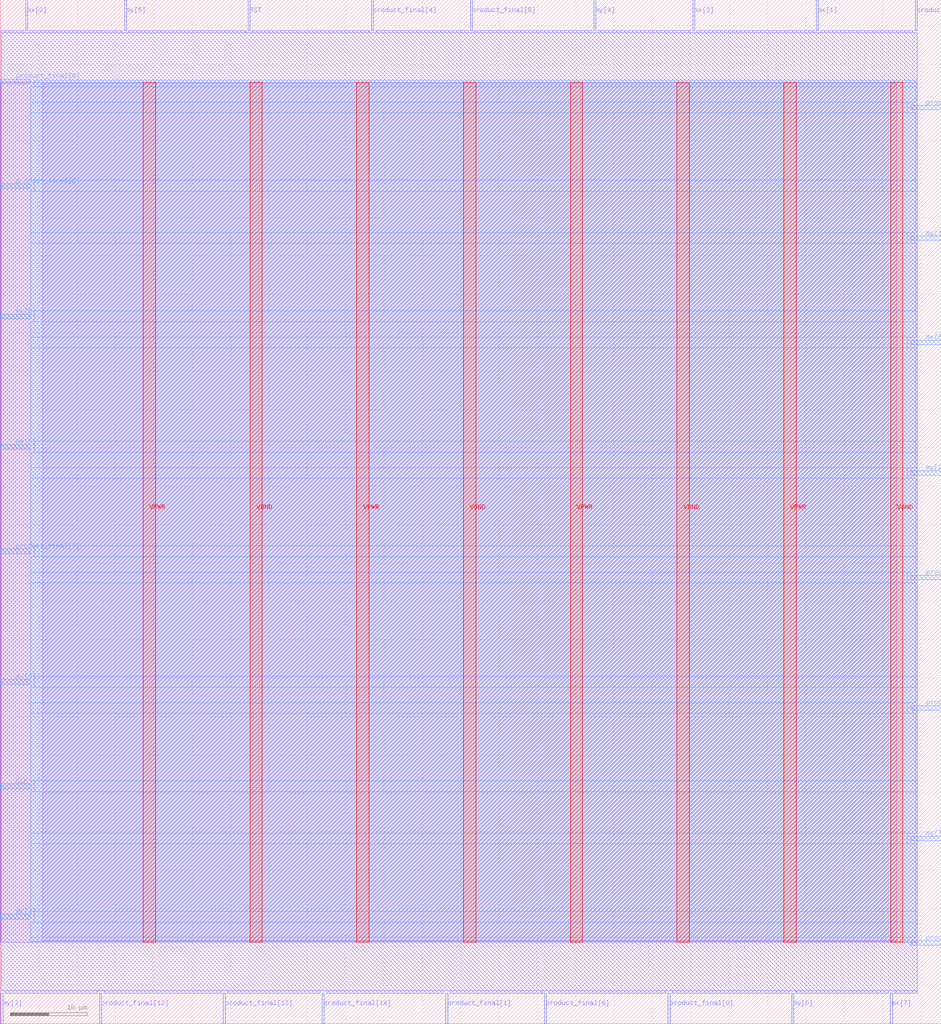
<source format=lef>
VERSION 5.7 ;
  NOWIREEXTENSIONATPIN ON ;
  DIVIDERCHAR "/" ;
  BUSBITCHARS "[]" ;
MACRO r8_mb8
  CLASS BLOCK ;
  FOREIGN r8_mb8 ;
  ORIGIN 0.000 0.000 ;
  SIZE 122.630 BY 133.350 ;
  PIN CLK
    DIRECTION INPUT ;
    USE SIGNAL ;
    PORT
      LAYER met3 ;
        RECT 0.000 30.640 4.000 31.240 ;
    END
  END CLK
  PIN RST
    DIRECTION INPUT ;
    USE SIGNAL ;
    PORT
      LAYER met2 ;
        RECT 32.290 129.350 32.570 133.350 ;
    END
  END RST
  PIN VGND
    DIRECTION INOUT ;
    USE GROUND ;
    PORT
      LAYER met4 ;
        RECT 32.550 10.640 34.150 122.640 ;
    END
    PORT
      LAYER met4 ;
        RECT 60.380 10.640 61.980 122.640 ;
    END
    PORT
      LAYER met4 ;
        RECT 88.210 10.640 89.810 122.640 ;
    END
    PORT
      LAYER met4 ;
        RECT 116.040 10.640 117.640 122.640 ;
    END
  END VGND
  PIN VPWR
    DIRECTION INOUT ;
    USE POWER ;
    PORT
      LAYER met4 ;
        RECT 18.635 10.640 20.235 122.640 ;
    END
    PORT
      LAYER met4 ;
        RECT 46.465 10.640 48.065 122.640 ;
    END
    PORT
      LAYER met4 ;
        RECT 74.295 10.640 75.895 122.640 ;
    END
    PORT
      LAYER met4 ;
        RECT 102.125 10.640 103.725 122.640 ;
    END
  END VPWR
  PIN mx[0]
    DIRECTION INPUT ;
    USE SIGNAL ;
    PORT
      LAYER met3 ;
        RECT 0.000 44.240 4.000 44.840 ;
    END
  END mx[0]
  PIN mx[1]
    DIRECTION INPUT ;
    USE SIGNAL ;
    PORT
      LAYER met2 ;
        RECT 106.350 129.350 106.630 133.350 ;
    END
  END mx[1]
  PIN mx[2]
    DIRECTION INPUT ;
    USE SIGNAL ;
    PORT
      LAYER met2 ;
        RECT 3.310 129.350 3.590 133.350 ;
    END
  END mx[2]
  PIN mx[3]
    DIRECTION INPUT ;
    USE SIGNAL ;
    PORT
      LAYER met2 ;
        RECT 90.250 129.350 90.530 133.350 ;
    END
  END mx[3]
  PIN mx[4]
    DIRECTION INPUT ;
    USE SIGNAL ;
    PORT
      LAYER met3 ;
        RECT 0.000 13.640 4.000 14.240 ;
    END
  END mx[4]
  PIN mx[5]
    DIRECTION INPUT ;
    USE SIGNAL ;
    PORT
      LAYER met3 ;
        RECT 0.000 74.840 4.000 75.440 ;
    END
  END mx[5]
  PIN mx[6]
    DIRECTION INPUT ;
    USE SIGNAL ;
    PORT
      LAYER met3 ;
        RECT 118.630 88.440 122.630 89.040 ;
    END
  END mx[6]
  PIN mx[7]
    DIRECTION INPUT ;
    USE SIGNAL ;
    PORT
      LAYER met2 ;
        RECT 116.010 0.000 116.290 4.000 ;
    END
  END mx[7]
  PIN my[0]
    DIRECTION INPUT ;
    USE SIGNAL ;
    PORT
      LAYER met2 ;
        RECT 103.130 0.000 103.410 4.000 ;
    END
  END my[0]
  PIN my[1]
    DIRECTION INPUT ;
    USE SIGNAL ;
    PORT
      LAYER met3 ;
        RECT 118.630 102.040 122.630 102.640 ;
    END
  END my[1]
  PIN my[2]
    DIRECTION INPUT ;
    USE SIGNAL ;
    PORT
      LAYER met3 ;
        RECT 118.630 71.440 122.630 72.040 ;
    END
  END my[2]
  PIN my[3]
    DIRECTION INPUT ;
    USE SIGNAL ;
    PORT
      LAYER met2 ;
        RECT 0.090 0.000 0.370 4.000 ;
    END
  END my[3]
  PIN my[4]
    DIRECTION INPUT ;
    USE SIGNAL ;
    PORT
      LAYER met2 ;
        RECT 77.370 129.350 77.650 133.350 ;
    END
  END my[4]
  PIN my[5]
    DIRECTION INPUT ;
    USE SIGNAL ;
    PORT
      LAYER met2 ;
        RECT 16.190 129.350 16.470 133.350 ;
    END
  END my[5]
  PIN my[6]
    DIRECTION INPUT ;
    USE SIGNAL ;
    PORT
      LAYER met3 ;
        RECT 0.000 91.840 4.000 92.440 ;
    END
  END my[6]
  PIN my[7]
    DIRECTION INPUT ;
    USE SIGNAL ;
    PORT
      LAYER met3 ;
        RECT 118.630 23.840 122.630 24.440 ;
    END
  END my[7]
  PIN product_final[0]
    DIRECTION OUTPUT TRISTATE ;
    USE SIGNAL ;
    PORT
      LAYER met2 ;
        RECT 87.030 0.000 87.310 4.000 ;
    END
  END product_final[0]
  PIN product_final[10]
    DIRECTION OUTPUT TRISTATE ;
    USE SIGNAL ;
    PORT
      LAYER met2 ;
        RECT 119.230 129.350 119.510 133.350 ;
    END
  END product_final[10]
  PIN product_final[11]
    DIRECTION OUTPUT TRISTATE ;
    USE SIGNAL ;
    PORT
      LAYER met3 ;
        RECT 118.630 10.240 122.630 10.840 ;
    END
  END product_final[11]
  PIN product_final[12]
    DIRECTION OUTPUT TRISTATE ;
    USE SIGNAL ;
    PORT
      LAYER met2 ;
        RECT 12.970 0.000 13.250 4.000 ;
    END
  END product_final[12]
  PIN product_final[13]
    DIRECTION OUTPUT TRISTATE ;
    USE SIGNAL ;
    PORT
      LAYER met2 ;
        RECT 29.070 0.000 29.350 4.000 ;
    END
  END product_final[13]
  PIN product_final[14]
    DIRECTION OUTPUT TRISTATE ;
    USE SIGNAL ;
    PORT
      LAYER met2 ;
        RECT 41.950 0.000 42.230 4.000 ;
    END
  END product_final[14]
  PIN product_final[15]
    DIRECTION OUTPUT TRISTATE ;
    USE SIGNAL ;
    PORT
      LAYER met3 ;
        RECT 118.630 40.840 122.630 41.440 ;
    END
  END product_final[15]
  PIN product_final[1]
    DIRECTION OUTPUT TRISTATE ;
    USE SIGNAL ;
    PORT
      LAYER met2 ;
        RECT 58.050 0.000 58.330 4.000 ;
    END
  END product_final[1]
  PIN product_final[2]
    DIRECTION OUTPUT TRISTATE ;
    USE SIGNAL ;
    PORT
      LAYER met3 ;
        RECT 0.000 108.840 4.000 109.440 ;
    END
  END product_final[2]
  PIN product_final[3]
    DIRECTION OUTPUT TRISTATE ;
    USE SIGNAL ;
    PORT
      LAYER met3 ;
        RECT 118.630 119.040 122.630 119.640 ;
    END
  END product_final[3]
  PIN product_final[4]
    DIRECTION OUTPUT TRISTATE ;
    USE SIGNAL ;
    PORT
      LAYER met2 ;
        RECT 48.390 129.350 48.670 133.350 ;
    END
  END product_final[4]
  PIN product_final[5]
    DIRECTION OUTPUT TRISTATE ;
    USE SIGNAL ;
    PORT
      LAYER met2 ;
        RECT 61.270 129.350 61.550 133.350 ;
    END
  END product_final[5]
  PIN product_final[6]
    DIRECTION OUTPUT TRISTATE ;
    USE SIGNAL ;
    PORT
      LAYER met2 ;
        RECT 70.930 0.000 71.210 4.000 ;
    END
  END product_final[6]
  PIN product_final[7]
    DIRECTION OUTPUT TRISTATE ;
    USE SIGNAL ;
    PORT
      LAYER met3 ;
        RECT 0.000 61.240 4.000 61.840 ;
    END
  END product_final[7]
  PIN product_final[8]
    DIRECTION OUTPUT TRISTATE ;
    USE SIGNAL ;
    PORT
      LAYER met3 ;
        RECT 0.000 122.440 4.000 123.040 ;
    END
  END product_final[8]
  PIN product_final[9]
    DIRECTION OUTPUT TRISTATE ;
    USE SIGNAL ;
    PORT
      LAYER met3 ;
        RECT 118.630 57.840 122.630 58.440 ;
    END
  END product_final[9]
  OBS
      LAYER li1 ;
        RECT 5.520 10.795 116.840 122.485 ;
      LAYER met1 ;
        RECT 0.070 10.640 119.530 122.640 ;
      LAYER met2 ;
        RECT 0.100 129.070 3.030 129.350 ;
        RECT 3.870 129.070 15.910 129.350 ;
        RECT 16.750 129.070 32.010 129.350 ;
        RECT 32.850 129.070 48.110 129.350 ;
        RECT 48.950 129.070 60.990 129.350 ;
        RECT 61.830 129.070 77.090 129.350 ;
        RECT 77.930 129.070 89.970 129.350 ;
        RECT 90.810 129.070 106.070 129.350 ;
        RECT 106.910 129.070 118.950 129.350 ;
        RECT 0.100 4.280 119.500 129.070 ;
        RECT 0.650 4.000 12.690 4.280 ;
        RECT 13.530 4.000 28.790 4.280 ;
        RECT 29.630 4.000 41.670 4.280 ;
        RECT 42.510 4.000 57.770 4.280 ;
        RECT 58.610 4.000 70.650 4.280 ;
        RECT 71.490 4.000 86.750 4.280 ;
        RECT 87.590 4.000 102.850 4.280 ;
        RECT 103.690 4.000 115.730 4.280 ;
        RECT 116.570 4.000 119.500 4.280 ;
      LAYER met3 ;
        RECT 4.400 122.040 119.290 122.905 ;
        RECT 4.000 120.040 119.290 122.040 ;
        RECT 4.000 118.640 118.230 120.040 ;
        RECT 4.000 109.840 119.290 118.640 ;
        RECT 4.400 108.440 119.290 109.840 ;
        RECT 4.000 103.040 119.290 108.440 ;
        RECT 4.000 101.640 118.230 103.040 ;
        RECT 4.000 92.840 119.290 101.640 ;
        RECT 4.400 91.440 119.290 92.840 ;
        RECT 4.000 89.440 119.290 91.440 ;
        RECT 4.000 88.040 118.230 89.440 ;
        RECT 4.000 75.840 119.290 88.040 ;
        RECT 4.400 74.440 119.290 75.840 ;
        RECT 4.000 72.440 119.290 74.440 ;
        RECT 4.000 71.040 118.230 72.440 ;
        RECT 4.000 62.240 119.290 71.040 ;
        RECT 4.400 60.840 119.290 62.240 ;
        RECT 4.000 58.840 119.290 60.840 ;
        RECT 4.000 57.440 118.230 58.840 ;
        RECT 4.000 45.240 119.290 57.440 ;
        RECT 4.400 43.840 119.290 45.240 ;
        RECT 4.000 41.840 119.290 43.840 ;
        RECT 4.000 40.440 118.230 41.840 ;
        RECT 4.000 31.640 119.290 40.440 ;
        RECT 4.400 30.240 119.290 31.640 ;
        RECT 4.000 24.840 119.290 30.240 ;
        RECT 4.000 23.440 118.230 24.840 ;
        RECT 4.000 14.640 119.290 23.440 ;
        RECT 4.400 13.240 119.290 14.640 ;
        RECT 4.000 11.240 119.290 13.240 ;
        RECT 4.000 10.715 118.230 11.240 ;
  END
END r8_mb8
END LIBRARY


</source>
